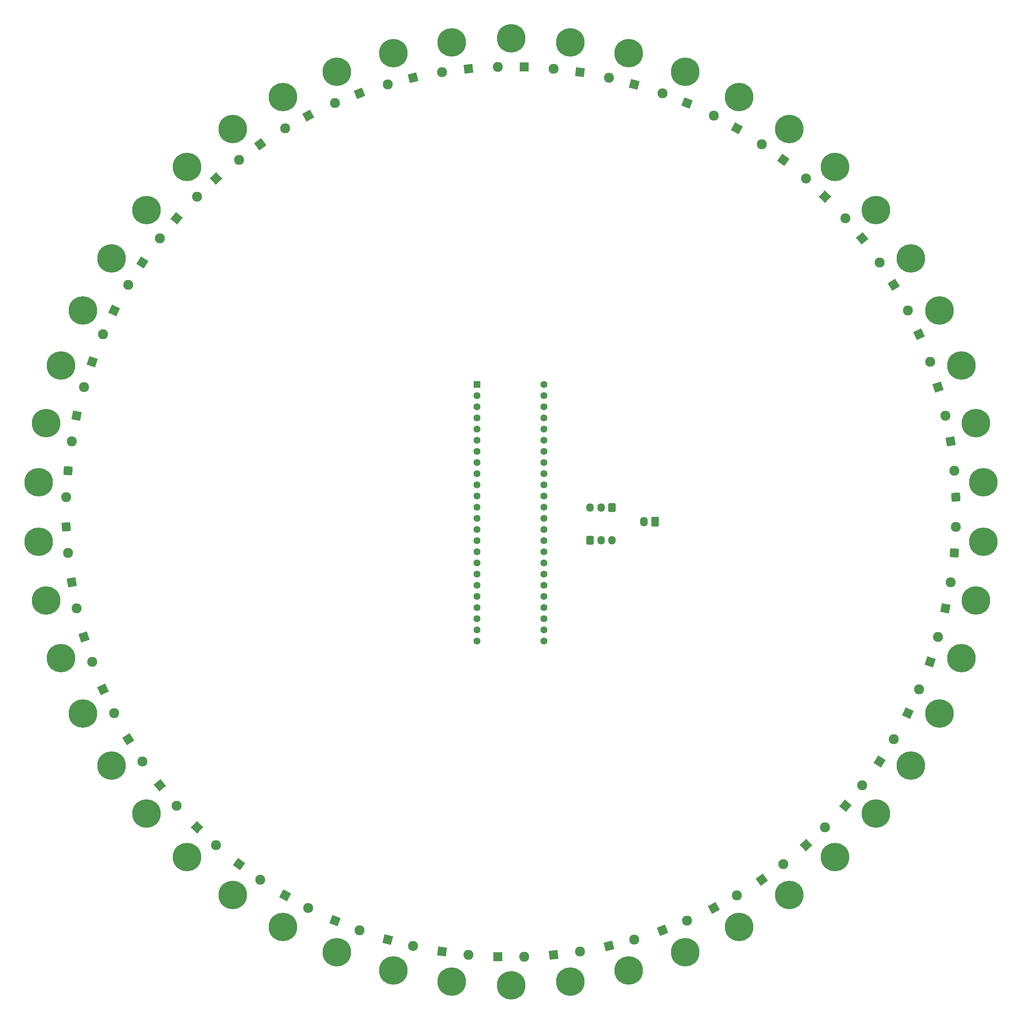
<source format=gbr>
%TF.GenerationSoftware,KiCad,Pcbnew,9.0.6*%
%TF.CreationDate,2025-12-10T00:31:55+01:00*%
%TF.ProjectId,laserboard_2.0,6c617365-7262-46f6-9172-645f322e302e,rev?*%
%TF.SameCoordinates,Original*%
%TF.FileFunction,Soldermask,Bot*%
%TF.FilePolarity,Negative*%
%FSLAX46Y46*%
G04 Gerber Fmt 4.6, Leading zero omitted, Abs format (unit mm)*
G04 Created by KiCad (PCBNEW 9.0.6) date 2025-12-10 00:31:55*
%MOMM*%
%LPD*%
G01*
G04 APERTURE LIST*
G04 Aperture macros list*
%AMRoundRect*
0 Rectangle with rounded corners*
0 $1 Rounding radius*
0 $2 $3 $4 $5 $6 $7 $8 $9 X,Y pos of 4 corners*
0 Add a 4 corners polygon primitive as box body*
4,1,4,$2,$3,$4,$5,$6,$7,$8,$9,$2,$3,0*
0 Add four circle primitives for the rounded corners*
1,1,$1+$1,$2,$3*
1,1,$1+$1,$4,$5*
1,1,$1+$1,$6,$7*
1,1,$1+$1,$8,$9*
0 Add four rect primitives between the rounded corners*
20,1,$1+$1,$2,$3,$4,$5,0*
20,1,$1+$1,$4,$5,$6,$7,0*
20,1,$1+$1,$6,$7,$8,$9,0*
20,1,$1+$1,$8,$9,$2,$3,0*%
%AMRotRect*
0 Rectangle, with rotation*
0 The origin of the aperture is its center*
0 $1 length*
0 $2 width*
0 $3 Rotation angle, in degrees counterclockwise*
0 Add horizontal line*
21,1,$1,$2,0,0,$3*%
G04 Aperture macros list end*
%ADD10RotRect,2.000000X2.000000X302.400000*%
%ADD11C,2.286000*%
%ADD12C,6.500000*%
%ADD13RotRect,2.000000X2.000000X165.600000*%
%ADD14RotRect,2.000000X2.000000X280.800000*%
%ADD15RotRect,2.000000X2.000000X331.200000*%
%ADD16RotRect,2.000000X2.000000X208.800000*%
%ADD17RotRect,2.000000X2.000000X108.000000*%
%ADD18RotRect,2.000000X2.000000X216.000000*%
%ADD19RotRect,2.000000X2.000000X28.800000*%
%ADD20RotRect,2.000000X2.000000X338.400000*%
%ADD21RotRect,2.000000X2.000000X266.400000*%
%ADD22RotRect,2.000000X2.000000X72.000000*%
%ADD23RotRect,2.000000X2.000000X324.000000*%
%ADD24RotRect,2.000000X2.000000X288.000000*%
%ADD25RotRect,2.000000X2.000000X252.000000*%
%ADD26RotRect,2.000000X2.000000X93.600000*%
%ADD27RotRect,2.000000X2.000000X21.600000*%
%ADD28RotRect,2.000000X2.000000X230.400000*%
%ADD29RotRect,2.000000X2.000000X151.200000*%
%ADD30RotRect,2.000000X2.000000X259.200000*%
%ADD31RoundRect,0.250000X0.620000X0.845000X-0.620000X0.845000X-0.620000X-0.845000X0.620000X-0.845000X0*%
%ADD32O,1.740000X2.190000*%
%ADD33RotRect,2.000000X2.000000X129.600000*%
%ADD34RoundRect,0.250000X0.600000X0.725000X-0.600000X0.725000X-0.600000X-0.725000X0.600000X-0.725000X0*%
%ADD35O,1.700000X1.950000*%
%ADD36RotRect,2.000000X2.000000X136.800000*%
%ADD37R,2.000000X2.000000*%
%ADD38RotRect,2.000000X2.000000X144.000000*%
%ADD39RotRect,2.000000X2.000000X36.000000*%
%ADD40RotRect,2.000000X2.000000X14.400000*%
%ADD41RotRect,2.000000X2.000000X57.600000*%
%ADD42RotRect,2.000000X2.000000X158.400000*%
%ADD43RotRect,2.000000X2.000000X115.200000*%
%ADD44RotRect,2.000000X2.000000X201.600000*%
%ADD45RotRect,2.000000X2.000000X237.600000*%
%ADD46RotRect,2.000000X2.000000X64.800000*%
%ADD47RotRect,2.000000X2.000000X86.400000*%
%ADD48RotRect,2.000000X2.000000X122.400000*%
%ADD49RotRect,2.000000X2.000000X50.400000*%
%ADD50RotRect,2.000000X2.000000X309.600000*%
%ADD51RotRect,2.000000X2.000000X295.200000*%
%ADD52RotRect,2.000000X2.000000X316.800000*%
%ADD53RotRect,2.000000X2.000000X43.200000*%
%ADD54RotRect,2.000000X2.000000X345.600000*%
%ADD55RotRect,2.000000X2.000000X244.800000*%
%ADD56RotRect,2.000000X2.000000X352.800000*%
%ADD57RotRect,2.000000X2.000000X7.200000*%
%ADD58RotRect,2.000000X2.000000X194.400000*%
%ADD59RotRect,2.000000X2.000000X100.800000*%
%ADD60RotRect,2.000000X2.000000X172.800000*%
%ADD61R,1.600000X1.600000*%
%ADD62C,1.600000*%
%ADD63RotRect,2.000000X2.000000X79.200000*%
%ADD64RotRect,2.000000X2.000000X187.200000*%
%ADD65RotRect,2.000000X2.000000X273.600000*%
%ADD66RotRect,2.000000X2.000000X223.200000*%
%ADD67RoundRect,0.250000X-0.600000X-0.725000X0.600000X-0.725000X0.600000X0.725000X-0.600000X0.725000X0*%
G04 APERTURE END LIST*
D10*
%TO.C,LD18*%
X111359524Y-179497905D03*
D11*
X114574485Y-184563873D03*
D12*
X107478873Y-185513763D03*
%TD*%
D13*
%TO.C,LD49*%
X226598794Y-30375641D03*
D11*
X220787295Y-28883501D03*
D12*
X225309528Y-23333780D03*
%TD*%
D14*
%TO.C,LD15*%
X98429160Y-143785437D03*
D11*
X99553448Y-149679161D03*
D12*
X92606437Y-147950277D03*
%TD*%
D15*
%TO.C,LD22*%
X147067963Y-215077279D03*
D11*
X152325803Y-217967801D03*
D12*
X146565484Y-222218534D03*
%TD*%
D16*
%TO.C,LD5*%
X152325803Y-37532199D03*
D11*
X147067963Y-40422721D03*
D12*
X146565484Y-33281466D03*
%TD*%
D17*
%TO.C,LD41*%
X295771979Y-99298805D03*
D11*
X293917877Y-93592466D03*
D12*
X301026795Y-94437025D03*
%TD*%
D18*
%TO.C,LD6*%
X141382612Y-44030755D03*
D11*
X136528510Y-47557466D03*
D12*
X135134957Y-40535500D03*
%TD*%
D19*
%TO.C,LD30*%
X244674197Y-217967801D03*
D11*
X249932037Y-215077279D03*
D12*
X250434516Y-222218534D03*
%TD*%
D20*
%TO.C,LD23*%
X158418530Y-220834821D03*
D11*
X163997189Y-223043568D03*
D12*
X158815050Y-227982742D03*
%TD*%
D21*
%TO.C,LD13*%
X97585219Y-118395049D03*
D11*
X97208475Y-124383209D03*
D12*
X90909673Y-120980991D03*
%TD*%
D22*
%TO.C,LD36*%
X293917877Y-161907534D03*
D11*
X295771979Y-156201195D03*
D12*
X301026795Y-161062975D03*
%TD*%
D23*
%TO.C,LD21*%
X136528510Y-207942534D03*
D11*
X141382612Y-211469245D03*
D12*
X135134957Y-214964500D03*
%TD*%
D24*
%TO.C,LD16*%
X101228021Y-156201195D03*
D11*
X103082123Y-161907534D03*
D12*
X95973205Y-161062975D03*
%TD*%
D25*
%TO.C,LD11*%
X103082123Y-93592466D03*
D11*
X101228021Y-99298805D03*
D12*
X95973205Y-94437025D03*
%TD*%
D26*
%TO.C,LD39*%
X299791525Y-124383209D03*
D11*
X299414781Y-118395049D03*
D12*
X306090327Y-120980991D03*
%TD*%
D27*
%TO.C,LD29*%
X233002811Y-223043568D03*
D11*
X238581470Y-220834821D03*
D12*
X238184950Y-227982742D03*
%TD*%
D28*
%TO.C,LD8*%
X122356930Y-60865465D03*
D11*
X118532386Y-65488545D03*
D12*
X115436322Y-59033749D03*
%TD*%
D29*
%TO.C,LD47*%
X249932037Y-40422721D03*
D11*
X244674197Y-37532199D03*
D12*
X250434516Y-33281466D03*
%TD*%
D30*
%TO.C,LD12*%
X99553448Y-105820839D03*
D11*
X98429160Y-111714563D03*
D12*
X92606437Y-107549723D03*
%TD*%
D31*
%TO.C,J1*%
X231275000Y-129985000D03*
D32*
X228735000Y-129985000D03*
%TD*%
D33*
%TO.C,LD44*%
X278467614Y-65488545D03*
D11*
X274643070Y-60865465D03*
D12*
X281563678Y-59033749D03*
%TD*%
D34*
%TO.C,J3*%
X221500000Y-126750000D03*
D35*
X219000000Y-126750000D03*
X216500000Y-126750000D03*
%TD*%
D36*
%TO.C,LD45*%
X270033616Y-55956895D03*
D11*
X265659804Y-51849613D03*
D12*
X272296266Y-49164958D03*
%TD*%
D37*
%TO.C,LD26*%
X195500000Y-229053051D03*
D11*
X201500000Y-229053051D03*
D12*
X198500000Y-235553051D03*
%TD*%
D38*
%TO.C,LD46*%
X260471490Y-47557466D03*
D11*
X255617388Y-44030755D03*
D12*
X261865043Y-40535500D03*
%TD*%
D39*
%TO.C,LD31*%
X255617388Y-211469245D03*
D11*
X260471490Y-207942534D03*
D12*
X261865043Y-214964500D03*
%TD*%
D40*
%TO.C,LD28*%
X220787295Y-226616499D03*
D11*
X226598794Y-225124359D03*
D12*
X225309528Y-232166220D03*
%TD*%
D41*
%TO.C,LD34*%
X282425515Y-184563873D03*
D11*
X285640476Y-179497905D03*
D12*
X289521127Y-185513763D03*
%TD*%
D42*
%TO.C,LD48*%
X238581470Y-34665179D03*
D11*
X233002811Y-32456432D03*
D12*
X238184950Y-27517258D03*
%TD*%
D43*
%TO.C,LD42*%
X291439078Y-87331740D03*
D11*
X288884404Y-81902777D03*
D12*
X296043116Y-81849693D03*
%TD*%
D44*
%TO.C,LD4*%
X163997189Y-32456432D03*
D11*
X158418530Y-34665179D03*
D12*
X158815050Y-27517258D03*
%TD*%
D45*
%TO.C,LD9*%
X114574485Y-70936127D03*
D11*
X111359524Y-76002095D03*
D12*
X107478873Y-69986237D03*
%TD*%
D46*
%TO.C,LD35*%
X288884404Y-173597223D03*
D11*
X291439078Y-168168260D03*
D12*
X296043116Y-173650307D03*
%TD*%
D47*
%TO.C,LD38*%
X299414781Y-137104951D03*
D11*
X299791525Y-131116791D03*
D12*
X306090327Y-134519009D03*
%TD*%
D48*
%TO.C,LD43*%
X285640476Y-76002095D03*
D11*
X282425515Y-70936127D03*
D12*
X289521127Y-69986237D03*
%TD*%
D49*
%TO.C,LD33*%
X274643070Y-194634535D03*
D11*
X278467614Y-190011455D03*
D12*
X281563678Y-196466251D03*
%TD*%
D50*
%TO.C,LD19*%
X118532386Y-190011455D03*
D11*
X122356930Y-194634535D03*
D12*
X115436322Y-196466251D03*
%TD*%
D51*
%TO.C,LD17*%
X105560922Y-168168260D03*
D11*
X108115596Y-173597223D03*
D12*
X100956884Y-173650307D03*
%TD*%
D52*
%TO.C,LD20*%
X126966384Y-199543105D03*
D11*
X131340196Y-203650387D03*
D12*
X124703734Y-206335042D03*
%TD*%
D53*
%TO.C,LD32*%
X265659804Y-203650387D03*
D11*
X270033616Y-199543105D03*
D12*
X272296266Y-206335042D03*
%TD*%
D54*
%TO.C,LD24*%
X170401206Y-225124359D03*
D11*
X176212705Y-226616499D03*
D12*
X171690472Y-232166220D03*
%TD*%
D37*
%TO.C,LD1*%
X201500000Y-26446949D03*
D11*
X195500000Y-26446949D03*
D12*
X198500000Y-19946949D03*
%TD*%
D55*
%TO.C,LD10*%
X108115596Y-81902777D03*
D11*
X105560922Y-87331740D03*
D12*
X100956884Y-81849693D03*
%TD*%
D56*
%TO.C,LD25*%
X182827017Y-227878246D03*
D11*
X188779705Y-228630246D03*
D12*
X184988695Y-234702992D03*
%TD*%
D57*
%TO.C,LD27*%
X208220295Y-228630246D03*
D11*
X214172983Y-227878246D03*
D12*
X212011305Y-234702992D03*
%TD*%
D58*
%TO.C,LD3*%
X176212705Y-28883501D03*
D11*
X170401206Y-30375641D03*
D12*
X171690472Y-23333780D03*
%TD*%
D59*
%TO.C,LD40*%
X298570840Y-111714563D03*
D11*
X297446552Y-105820839D03*
D12*
X304393563Y-107549723D03*
%TD*%
D60*
%TO.C,LD50*%
X214172983Y-27621754D03*
D11*
X208220295Y-26869754D03*
D12*
X212011305Y-20797008D03*
%TD*%
D61*
%TO.C,U1*%
X190760000Y-98766949D03*
D62*
X190760000Y-101306949D03*
X190760000Y-103846949D03*
X190760000Y-106386949D03*
X190760000Y-108926949D03*
X190760000Y-111466949D03*
X190760000Y-114006949D03*
X190760000Y-116546949D03*
X190760000Y-119086949D03*
X190760000Y-121626949D03*
X190760000Y-124166949D03*
X190760000Y-126706949D03*
X190760000Y-129246949D03*
X190760000Y-131786949D03*
X190760000Y-134326949D03*
X190760000Y-136866949D03*
X190760000Y-139406949D03*
X190760000Y-141946949D03*
X190760000Y-144486949D03*
X190760000Y-147026949D03*
X190760000Y-149566949D03*
X190760000Y-152106949D03*
X190760000Y-154646949D03*
X190760000Y-157186949D03*
X206000000Y-157186949D03*
X206000000Y-154646949D03*
X206000000Y-152106949D03*
X206000000Y-149566949D03*
X206000000Y-147026949D03*
X206000000Y-144486949D03*
X206000000Y-141946949D03*
X206000000Y-139406949D03*
X206000000Y-136866949D03*
X206000000Y-134326949D03*
X206000000Y-131786949D03*
X206000000Y-129246949D03*
X206000000Y-126706949D03*
X206000000Y-124166949D03*
X206000000Y-121626949D03*
X206000000Y-119086949D03*
X206000000Y-116546949D03*
X206000000Y-114006949D03*
X206000000Y-111466949D03*
X206000000Y-108926949D03*
X206000000Y-106386949D03*
X206000000Y-103846949D03*
X206000000Y-101306949D03*
X206000000Y-98766949D03*
%TD*%
D63*
%TO.C,LD37*%
X297446552Y-149679161D03*
D11*
X298570840Y-143785437D03*
D12*
X304393563Y-147950277D03*
%TD*%
D64*
%TO.C,LD2*%
X188779705Y-26869754D03*
D11*
X182827017Y-27621754D03*
D12*
X184988695Y-20797008D03*
%TD*%
D65*
%TO.C,LD14*%
X97208475Y-131116791D03*
D11*
X97585219Y-137104951D03*
D12*
X90909673Y-134519009D03*
%TD*%
D66*
%TO.C,LD7*%
X131340196Y-51849613D03*
D11*
X126966384Y-55956895D03*
D12*
X124703734Y-49164958D03*
%TD*%
D67*
%TO.C,J4*%
X216500000Y-134246949D03*
D35*
X219000000Y-134246949D03*
X221500000Y-134246949D03*
%TD*%
M02*

</source>
